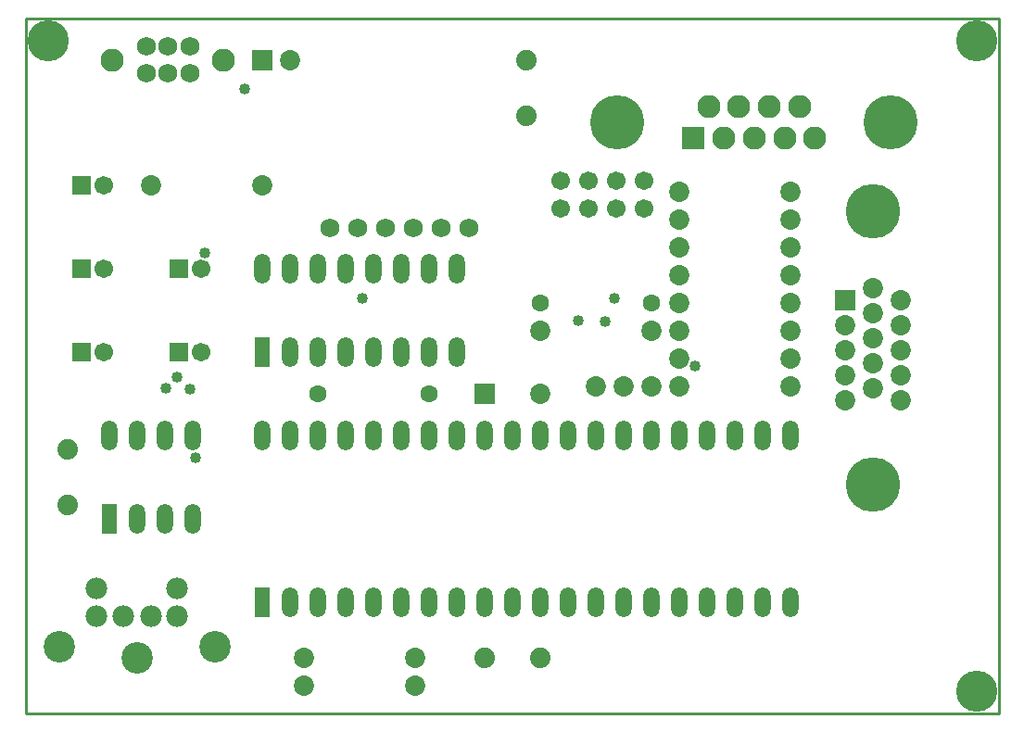
<source format=gts>
%FSLAX23Y23*%
%MOIN*%
G70*
G01*
G75*
G04 Layer_Color=8388736*
%ADD10C,0.015*%
%ADD11C,0.010*%
%ADD12C,0.065*%
%ADD13C,0.075*%
%ADD14C,0.060*%
%ADD15C,0.070*%
%ADD16C,0.105*%
%ADD17C,0.140*%
%ADD18O,0.050X0.100*%
%ADD19C,0.055*%
%ADD20C,0.066*%
%ADD21R,0.059X0.059*%
%ADD22C,0.059*%
%ADD23R,0.050X0.100*%
%ADD24C,0.188*%
%ADD25C,0.187*%
%ADD26R,0.075X0.075*%
%ADD27R,0.065X0.065*%
%ADD28C,0.032*%
%ADD29C,0.008*%
%ADD30C,0.008*%
%ADD31C,0.073*%
%ADD32C,0.083*%
%ADD33C,0.068*%
%ADD34C,0.078*%
%ADD35C,0.113*%
%ADD36C,0.148*%
%ADD37O,0.058X0.108*%
%ADD38C,0.063*%
%ADD39C,0.074*%
%ADD40R,0.067X0.067*%
%ADD41C,0.067*%
%ADD42R,0.058X0.108*%
%ADD43C,0.196*%
%ADD44C,0.195*%
%ADD45R,0.083X0.083*%
%ADD46R,0.073X0.073*%
%ADD47C,0.040*%
D11*
X6000Y3500D02*
Y6000D01*
X2500D02*
X6000D01*
X2500Y3500D02*
Y6000D01*
Y3500D02*
X6000D01*
D31*
X5548Y4759D02*
D03*
X4750Y4675D02*
D03*
X3900Y3700D02*
D03*
X4650Y4675D02*
D03*
X3350Y5400D02*
D03*
X2950D02*
D03*
X5548Y4669D02*
D03*
Y4849D02*
D03*
Y4939D02*
D03*
X5448Y4624D02*
D03*
Y4714D02*
D03*
Y4804D02*
D03*
Y4894D02*
D03*
X5548Y5029D02*
D03*
X5648Y4984D02*
D03*
Y4894D02*
D03*
Y4804D02*
D03*
Y4714D02*
D03*
Y4624D02*
D03*
X4350Y4650D02*
D03*
X3450Y5850D02*
D03*
X3900Y3600D02*
D03*
X4850Y4975D02*
D03*
X5250D02*
D03*
Y4875D02*
D03*
X4850D02*
D03*
X5250Y4675D02*
D03*
X4850D02*
D03*
X5250Y5075D02*
D03*
X4850D02*
D03*
Y5175D02*
D03*
X5250D02*
D03*
Y5275D02*
D03*
X4850D02*
D03*
X5250Y5375D02*
D03*
X4850D02*
D03*
X4550Y4675D02*
D03*
X4350Y4875D02*
D03*
X4750D02*
D03*
X3500Y3600D02*
D03*
Y3700D02*
D03*
X5250Y4775D02*
D03*
X4850D02*
D03*
D32*
X5284Y5682D02*
D03*
X5229Y5570D02*
D03*
X5338D02*
D03*
X5175Y5682D02*
D03*
X5120Y5570D02*
D03*
X5065Y5682D02*
D03*
X5011Y5570D02*
D03*
X4956Y5682D02*
D03*
X3210Y5850D02*
D03*
X2810D02*
D03*
D33*
X3995Y5245D02*
D03*
X3895D02*
D03*
X3795D02*
D03*
X3695D02*
D03*
X3595D02*
D03*
X4095D02*
D03*
X2933Y5801D02*
D03*
X3012Y5899D02*
D03*
X2933D02*
D03*
X3091D02*
D03*
X3012Y5801D02*
D03*
X3091D02*
D03*
D34*
X2950Y3850D02*
D03*
X2850D02*
D03*
X3045D02*
D03*
X2755Y3950D02*
D03*
X3045D02*
D03*
X2755Y3850D02*
D03*
D35*
X2900Y3700D02*
D03*
X2620Y3740D02*
D03*
X3180D02*
D03*
D36*
X5920Y5920D02*
D03*
Y3580D02*
D03*
X2580Y5920D02*
D03*
D37*
X2800Y4500D02*
D03*
X4150D02*
D03*
X4450Y3900D02*
D03*
X3450D02*
D03*
X3550D02*
D03*
X3650D02*
D03*
X4750D02*
D03*
X3550Y5100D02*
D03*
X3650D02*
D03*
X3750D02*
D03*
X3850D02*
D03*
X4050Y3900D02*
D03*
X3950D02*
D03*
X3850D02*
D03*
X4150D02*
D03*
X4250D02*
D03*
X4550D02*
D03*
X4650D02*
D03*
X4850D02*
D03*
X5050D02*
D03*
X5150D02*
D03*
X5250D02*
D03*
X3350Y4500D02*
D03*
X3450D02*
D03*
X3650D02*
D03*
X3750D02*
D03*
X3850D02*
D03*
X3950D02*
D03*
X4050D02*
D03*
X4250D02*
D03*
X4350D02*
D03*
X4450D02*
D03*
X4550D02*
D03*
X4650D02*
D03*
X4750D02*
D03*
X4850D02*
D03*
X4950D02*
D03*
X5050D02*
D03*
X5150D02*
D03*
X5250D02*
D03*
X4350Y3900D02*
D03*
X4950D02*
D03*
X3550Y4500D02*
D03*
X2900Y4200D02*
D03*
X3000D02*
D03*
X3100D02*
D03*
X2900Y4500D02*
D03*
X3000D02*
D03*
X3100D02*
D03*
X3450Y4800D02*
D03*
X3550D02*
D03*
X3650D02*
D03*
X3750D02*
D03*
X3850D02*
D03*
X3950D02*
D03*
X4050D02*
D03*
X3350Y5100D02*
D03*
X3450D02*
D03*
X4050D02*
D03*
X3950D02*
D03*
X3750Y3900D02*
D03*
D38*
X3950Y4650D02*
D03*
X4750Y4975D02*
D03*
X3550Y4650D02*
D03*
X4350Y4975D02*
D03*
D39*
X2650Y4450D02*
D03*
X4350Y3700D02*
D03*
X4300Y5850D02*
D03*
Y5650D02*
D03*
X4150Y3700D02*
D03*
X2650Y4250D02*
D03*
D40*
X2700Y5400D02*
D03*
X3050Y4800D02*
D03*
X2700D02*
D03*
X3050Y5100D02*
D03*
X2700D02*
D03*
D41*
X2779Y5400D02*
D03*
X3129Y4800D02*
D03*
X2779D02*
D03*
X3129Y5100D02*
D03*
X2779D02*
D03*
X4424Y5316D02*
D03*
Y5416D02*
D03*
X4524Y5316D02*
D03*
Y5416D02*
D03*
X4624Y5316D02*
D03*
Y5416D02*
D03*
X4724Y5316D02*
D03*
Y5416D02*
D03*
D42*
X3350Y3900D02*
D03*
X2800Y4200D02*
D03*
X3350Y4800D02*
D03*
D43*
X5548Y5306D02*
D03*
Y4322D02*
D03*
D44*
X5612Y5626D02*
D03*
X4628D02*
D03*
D45*
X4902Y5570D02*
D03*
D46*
X5448Y4984D02*
D03*
X4150Y4650D02*
D03*
X3350Y5850D02*
D03*
D47*
X3003Y4668D02*
D03*
X3288Y5746D02*
D03*
X4906Y4750D02*
D03*
X3144Y5154D02*
D03*
X4617Y4993D02*
D03*
X4584Y4909D02*
D03*
X3710Y4993D02*
D03*
X3109Y4418D02*
D03*
X4486Y4911D02*
D03*
X3089Y4664D02*
D03*
X3043Y4709D02*
D03*
M02*

</source>
